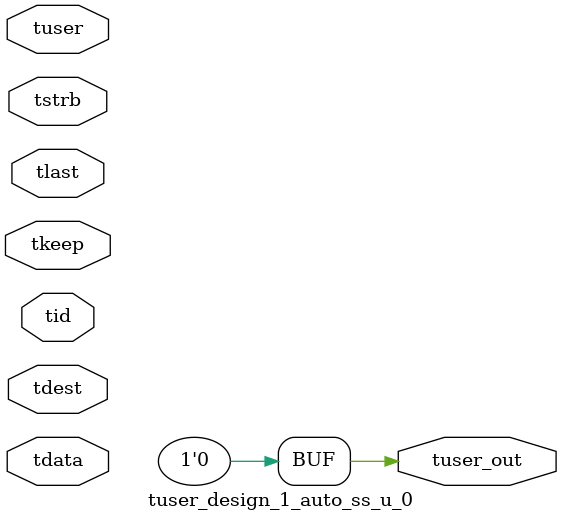
<source format=v>


`timescale 1ps/1ps

module tuser_design_1_auto_ss_u_0 #
(
parameter C_S_AXIS_TUSER_WIDTH = 1,
parameter C_S_AXIS_TDATA_WIDTH = 32,
parameter C_S_AXIS_TID_WIDTH   = 0,
parameter C_S_AXIS_TDEST_WIDTH = 0,
parameter C_M_AXIS_TUSER_WIDTH = 1
)
(
input  [(C_S_AXIS_TUSER_WIDTH == 0 ? 1 : C_S_AXIS_TUSER_WIDTH)-1:0     ] tuser,
input  [(C_S_AXIS_TDATA_WIDTH == 0 ? 1 : C_S_AXIS_TDATA_WIDTH)-1:0     ] tdata,
input  [(C_S_AXIS_TID_WIDTH   == 0 ? 1 : C_S_AXIS_TID_WIDTH)-1:0       ] tid,
input  [(C_S_AXIS_TDEST_WIDTH == 0 ? 1 : C_S_AXIS_TDEST_WIDTH)-1:0     ] tdest,
input  [(C_S_AXIS_TDATA_WIDTH/8)-1:0 ] tkeep,
input  [(C_S_AXIS_TDATA_WIDTH/8)-1:0 ] tstrb,
input                                                                    tlast,
output [C_M_AXIS_TUSER_WIDTH-1:0] tuser_out
);

assign tuser_out = {1'b0};

endmodule


</source>
